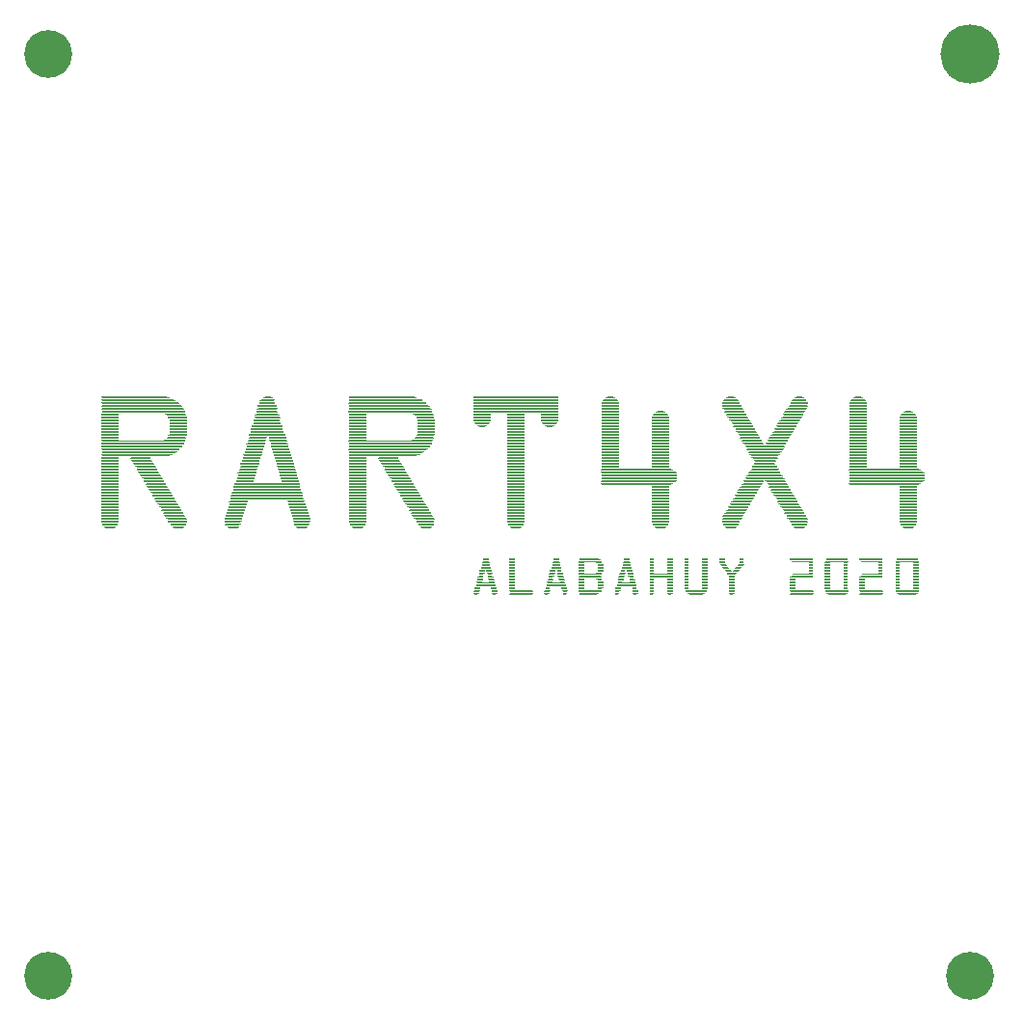
<source format=gbr>
G04 EAGLE Gerber RS-274X export*
G75*
%MOMM*%
%FSLAX34Y34*%
%LPD*%
%INSoldermask Top*%
%IPPOS*%
%AMOC8*
5,1,8,0,0,1.08239X$1,22.5*%
G01*
%ADD10R,0.254000X0.084581*%
%ADD11R,1.948181X0.084581*%
%ADD12R,1.524000X0.084581*%
%ADD13R,1.186181X0.084581*%
%ADD14R,0.424181X0.084581*%
%ADD15R,2.032000X0.084581*%
%ADD16R,0.421637X0.084581*%
%ADD17R,1.694181X0.084581*%
%ADD18R,1.861819X0.084581*%
%ADD19R,0.424181X0.084838*%
%ADD20R,2.032000X0.084838*%
%ADD21R,0.421637X0.084838*%
%ADD22R,1.864363X0.084838*%
%ADD23R,1.694181X0.084838*%
%ADD24R,1.861819X0.084838*%
%ADD25R,0.508000X0.084581*%
%ADD26R,0.591819X0.084838*%
%ADD27R,0.508000X0.084838*%
%ADD28R,1.691638X0.084838*%
%ADD29R,1.691638X0.084581*%
%ADD30R,0.591819X0.084581*%
%ADD31R,1.948181X0.084838*%
%ADD32R,1.778000X0.084838*%
%ADD33R,1.864363X0.084581*%
%ADD34R,1.945638X0.084838*%
%ADD35R,0.762000X0.084581*%
%ADD36R,1.778000X0.084581*%
%ADD37R,0.848363X0.084581*%
%ADD38R,0.932181X0.084838*%
%ADD39R,1.016000X0.084838*%
%ADD40R,0.845819X0.084581*%
%ADD41R,0.848363X0.084838*%
%ADD42R,0.845819X0.084838*%
%ADD43R,0.675638X0.084581*%
%ADD44R,0.678181X0.084581*%
%ADD45R,0.675638X0.084838*%
%ADD46R,0.678181X0.084838*%
%ADD47R,1.945638X0.084581*%
%ADD48R,0.340363X0.084838*%
%ADD49R,0.254000X0.084838*%
%ADD50R,0.337819X0.084838*%
%ADD51R,1.524000X0.084838*%
%ADD52R,1.016000X0.084581*%
%ADD53R,1.183638X0.084838*%
%ADD54R,1.186181X0.084838*%
%ADD55R,1.356363X0.084581*%
%ADD56R,1.353819X0.084581*%
%ADD57R,1.270000X0.084581*%
%ADD58R,1.440181X0.084838*%
%ADD59R,1.437638X0.084838*%
%ADD60R,1.440181X0.084581*%
%ADD61R,1.610363X0.084581*%
%ADD62R,1.437638X0.084581*%
%ADD63R,1.607819X0.084581*%
%ADD64R,1.610363X0.084838*%
%ADD65R,1.607819X0.084838*%
%ADD66R,6.517638X0.084581*%
%ADD67R,6.350000X0.084581*%
%ADD68R,6.350000X0.084838*%
%ADD69R,6.182362X0.084581*%
%ADD70R,6.182362X0.084838*%
%ADD71R,6.096000X0.084581*%
%ADD72R,6.009638X0.084838*%
%ADD73R,6.009638X0.084581*%
%ADD74R,5.842000X0.084838*%
%ADD75R,5.842000X0.084581*%
%ADD76R,5.674362X0.084838*%
%ADD77R,5.674362X0.084581*%
%ADD78R,6.179819X0.084581*%
%ADD79R,6.433819X0.084838*%
%ADD80R,6.520181X0.084581*%
%ADD81R,6.604000X0.084581*%
%ADD82R,6.604000X0.084838*%
%ADD83R,3.469638X0.084838*%
%ADD84R,6.687819X0.084581*%
%ADD85R,3.385819X0.084581*%
%ADD86R,3.302000X0.084581*%
%ADD87R,6.687819X0.084838*%
%ADD88R,3.134362X0.084838*%
%ADD89R,3.134362X0.084581*%
%ADD90R,2.961638X0.084581*%
%ADD91R,2.877819X0.084838*%
%ADD92R,2.794000X0.084581*%
%ADD93R,2.626362X0.084581*%
%ADD94R,2.626362X0.084838*%
%ADD95R,2.453638X0.084581*%
%ADD96R,2.369819X0.084581*%
%ADD97R,2.286000X0.084838*%
%ADD98R,2.118362X0.084581*%
%ADD99R,2.118362X0.084838*%
%ADD100R,2.202181X0.084581*%
%ADD101R,2.286000X0.084581*%
%ADD102R,5.755638X0.084838*%
%ADD103R,2.369819X0.084838*%
%ADD104R,5.928363X0.084581*%
%ADD105R,6.263638X0.084581*%
%ADD106R,2.710181X0.084838*%
%ADD107R,6.436363X0.084581*%
%ADD108R,2.877819X0.084581*%
%ADD109R,6.690362X0.084838*%
%ADD110R,6.771638X0.084838*%
%ADD111R,2.961638X0.084838*%
%ADD112R,6.774181X0.084581*%
%ADD113R,6.858000X0.084581*%
%ADD114R,6.941819X0.084581*%
%ADD115R,3.218181X0.084581*%
%ADD116R,6.944363X0.084838*%
%ADD117R,7.025638X0.084838*%
%ADD118R,3.302000X0.084838*%
%ADD119R,7.028181X0.084581*%
%ADD120R,7.112000X0.084581*%
%ADD121R,3.469638X0.084581*%
%ADD122R,7.112000X0.084838*%
%ADD123R,7.195819X0.084838*%
%ADD124R,7.198362X0.084581*%
%ADD125R,7.279638X0.084581*%
%ADD126R,7.282181X0.084838*%
%ADD127R,7.366000X0.084838*%
%ADD128R,7.282181X0.084581*%
%ADD129R,7.366000X0.084581*%
%ADD130R,2.794000X0.084838*%
%ADD131R,1.183638X0.084581*%
%ADD132R,2.453638X0.084838*%
%ADD133R,1.353819X0.084838*%
%ADD134R,1.356363X0.084838*%
%ADD135R,7.449819X0.084581*%
%ADD136R,7.198362X0.084838*%
%ADD137R,7.279638X0.084838*%
%ADD138R,7.449819X0.084838*%
%ADD139R,7.195819X0.084581*%
%ADD140R,7.028181X0.084838*%
%ADD141R,6.944363X0.084581*%
%ADD142R,7.025638X0.084581*%
%ADD143R,6.858000X0.084838*%
%ADD144R,6.941819X0.084838*%
%ADD145R,6.690362X0.084581*%
%ADD146R,6.771638X0.084581*%
%ADD147R,1.270000X0.084838*%
%ADD148R,6.433819X0.084581*%
%ADD149R,1.102363X0.084838*%
%ADD150R,6.263638X0.084838*%
%ADD151R,5.755638X0.084581*%
%ADD152C,4.203200*%
%ADD153C,5.203200*%


D10*
X876186Y1024785D03*
X892289Y1024785D03*
D11*
X915137Y1024785D03*
D10*
X938009Y1024785D03*
X954088Y1024785D03*
D12*
X973976Y1024785D03*
D10*
X999808Y1024785D03*
X1015886Y1024785D03*
X1030288Y1024785D03*
X1046366Y1024785D03*
D13*
X1068807Y1024785D03*
D10*
X1100569Y1024785D03*
D11*
X1161517Y1024785D03*
D12*
X1192416Y1024785D03*
D11*
X1222477Y1024785D03*
D12*
X1254239Y1024785D03*
D14*
X876198Y1025630D03*
X892277Y1025630D03*
D15*
X915556Y1025630D03*
D14*
X937997Y1025630D03*
D16*
X954088Y1025630D03*
D17*
X974827Y1025630D03*
D16*
X999808Y1025630D03*
D14*
X1015898Y1025630D03*
D16*
X1030288Y1025630D03*
D14*
X1046378Y1025630D03*
D12*
X1068819Y1025630D03*
D14*
X1100557Y1025630D03*
D15*
X1161936Y1025630D03*
D18*
X1192428Y1025630D03*
D15*
X1222896Y1025630D03*
D18*
X1254227Y1025630D03*
D19*
X876198Y1026478D03*
X892277Y1026478D03*
D20*
X915556Y1026478D03*
D19*
X937997Y1026478D03*
D21*
X954088Y1026478D03*
D22*
X975678Y1026478D03*
D21*
X999808Y1026478D03*
D19*
X1015898Y1026478D03*
D21*
X1030288Y1026478D03*
D19*
X1046378Y1026478D03*
D23*
X1068807Y1026478D03*
D19*
X1100557Y1026478D03*
D20*
X1161936Y1026478D03*
D24*
X1192428Y1026478D03*
D20*
X1222896Y1026478D03*
D24*
X1254227Y1026478D03*
D14*
X876198Y1027325D03*
X892277Y1027325D03*
D15*
X915556Y1027325D03*
D14*
X937997Y1027325D03*
D16*
X954088Y1027325D03*
D11*
X976097Y1027325D03*
D16*
X999808Y1027325D03*
D14*
X1015898Y1027325D03*
D16*
X1030288Y1027325D03*
D14*
X1046378Y1027325D03*
D18*
X1068807Y1027325D03*
D14*
X1100557Y1027325D03*
D15*
X1161936Y1027325D03*
X1192416Y1027325D03*
X1222896Y1027325D03*
X1254239Y1027325D03*
D25*
X876618Y1028170D03*
X891858Y1028170D03*
D11*
X915137Y1028170D03*
D25*
X938416Y1028170D03*
X953656Y1028170D03*
D11*
X976097Y1028170D03*
D25*
X1000239Y1028170D03*
X1015479Y1028170D03*
D16*
X1030288Y1028170D03*
D14*
X1046378Y1028170D03*
D18*
X1068807Y1028170D03*
D14*
X1100557Y1028170D03*
D11*
X1161517Y1028170D03*
D15*
X1192416Y1028170D03*
D11*
X1222477Y1028170D03*
D15*
X1254239Y1028170D03*
D19*
X877037Y1029018D03*
X891438Y1029018D03*
X907517Y1029018D03*
D21*
X938848Y1029018D03*
D19*
X953237Y1029018D03*
X968477Y1029018D03*
D26*
X983717Y1029018D03*
D19*
X1000658Y1029018D03*
D21*
X1015048Y1029018D03*
X1030288Y1029018D03*
D19*
X1046378Y1029018D03*
D27*
X1061199Y1029018D03*
X1076439Y1029018D03*
D19*
X1100557Y1029018D03*
X1153897Y1029018D03*
X1184377Y1029018D03*
D21*
X1200468Y1029018D03*
D19*
X1214857Y1029018D03*
D21*
X1246188Y1029018D03*
D19*
X1262278Y1029018D03*
D14*
X877037Y1029865D03*
X891438Y1029865D03*
X907517Y1029865D03*
D16*
X938848Y1029865D03*
D14*
X953237Y1029865D03*
X968477Y1029865D03*
D16*
X984568Y1029865D03*
D14*
X1000658Y1029865D03*
D16*
X1015048Y1029865D03*
X1030288Y1029865D03*
D14*
X1046378Y1029865D03*
D16*
X1060768Y1029865D03*
D14*
X1076858Y1029865D03*
X1100557Y1029865D03*
X1153897Y1029865D03*
X1184377Y1029865D03*
D16*
X1200468Y1029865D03*
D14*
X1214857Y1029865D03*
D16*
X1246188Y1029865D03*
D14*
X1262278Y1029865D03*
X877037Y1030710D03*
X891438Y1030710D03*
X907517Y1030710D03*
D16*
X938848Y1030710D03*
D14*
X953237Y1030710D03*
X968477Y1030710D03*
D25*
X984999Y1030710D03*
D14*
X1000658Y1030710D03*
D16*
X1015048Y1030710D03*
X1030288Y1030710D03*
D14*
X1046378Y1030710D03*
D16*
X1060768Y1030710D03*
D14*
X1076858Y1030710D03*
X1100557Y1030710D03*
X1153897Y1030710D03*
X1184377Y1030710D03*
D16*
X1200468Y1030710D03*
D14*
X1214857Y1030710D03*
D16*
X1246188Y1030710D03*
D14*
X1262278Y1030710D03*
D28*
X884238Y1031558D03*
D19*
X907517Y1031558D03*
D23*
X946048Y1031558D03*
D19*
X968477Y1031558D03*
X985418Y1031558D03*
D23*
X1007847Y1031558D03*
D21*
X1030288Y1031558D03*
D19*
X1046378Y1031558D03*
D21*
X1060768Y1031558D03*
D19*
X1076858Y1031558D03*
X1100557Y1031558D03*
X1153897Y1031558D03*
X1184377Y1031558D03*
D21*
X1200468Y1031558D03*
D19*
X1214857Y1031558D03*
D21*
X1246188Y1031558D03*
D19*
X1262278Y1031558D03*
D29*
X884238Y1032405D03*
D14*
X907517Y1032405D03*
D17*
X946048Y1032405D03*
D14*
X968477Y1032405D03*
X985418Y1032405D03*
D17*
X1007847Y1032405D03*
D16*
X1030288Y1032405D03*
D14*
X1046378Y1032405D03*
D16*
X1060768Y1032405D03*
D14*
X1076858Y1032405D03*
X1100557Y1032405D03*
X1153897Y1032405D03*
X1184377Y1032405D03*
D16*
X1200468Y1032405D03*
D14*
X1214857Y1032405D03*
D16*
X1246188Y1032405D03*
D14*
X1262278Y1032405D03*
D29*
X884238Y1033250D03*
D14*
X907517Y1033250D03*
D17*
X946048Y1033250D03*
D14*
X968477Y1033250D03*
X985418Y1033250D03*
D17*
X1007847Y1033250D03*
D16*
X1030288Y1033250D03*
D14*
X1046378Y1033250D03*
D16*
X1060768Y1033250D03*
D14*
X1076858Y1033250D03*
X1100557Y1033250D03*
X1153897Y1033250D03*
X1184377Y1033250D03*
D16*
X1200468Y1033250D03*
D14*
X1214857Y1033250D03*
D16*
X1246188Y1033250D03*
D14*
X1262278Y1033250D03*
D28*
X884238Y1034098D03*
D19*
X907517Y1034098D03*
D23*
X946048Y1034098D03*
D19*
X968477Y1034098D03*
X985418Y1034098D03*
D23*
X1007847Y1034098D03*
D21*
X1030288Y1034098D03*
D19*
X1046378Y1034098D03*
D21*
X1060768Y1034098D03*
D19*
X1076858Y1034098D03*
X1100557Y1034098D03*
X1153897Y1034098D03*
X1184377Y1034098D03*
D21*
X1200468Y1034098D03*
D19*
X1214857Y1034098D03*
D21*
X1246188Y1034098D03*
D19*
X1262278Y1034098D03*
D12*
X884238Y1034945D03*
D14*
X907517Y1034945D03*
D12*
X946036Y1034945D03*
D14*
X968477Y1034945D03*
X985418Y1034945D03*
D12*
X1007859Y1034945D03*
D16*
X1030288Y1034945D03*
D14*
X1046378Y1034945D03*
D16*
X1060768Y1034945D03*
D14*
X1076858Y1034945D03*
X1100557Y1034945D03*
X1153897Y1034945D03*
X1184377Y1034945D03*
D16*
X1200468Y1034945D03*
D14*
X1214857Y1034945D03*
D16*
X1246188Y1034945D03*
D14*
X1262278Y1034945D03*
X878738Y1035790D03*
X889737Y1035790D03*
X907517Y1035790D03*
X940537Y1035790D03*
D16*
X951548Y1035790D03*
D14*
X968477Y1035790D03*
X985418Y1035790D03*
D16*
X1002348Y1035790D03*
D14*
X1013358Y1035790D03*
D16*
X1030288Y1035790D03*
D14*
X1046378Y1035790D03*
D16*
X1060768Y1035790D03*
D14*
X1076858Y1035790D03*
X1100557Y1035790D03*
X1153897Y1035790D03*
X1184377Y1035790D03*
D16*
X1200468Y1035790D03*
D14*
X1214857Y1035790D03*
D16*
X1246188Y1035790D03*
D14*
X1262278Y1035790D03*
D19*
X878738Y1036638D03*
X889737Y1036638D03*
X907517Y1036638D03*
X940537Y1036638D03*
D21*
X951548Y1036638D03*
D19*
X968477Y1036638D03*
D27*
X984999Y1036638D03*
D21*
X1002348Y1036638D03*
D19*
X1013358Y1036638D03*
D21*
X1030288Y1036638D03*
D19*
X1046378Y1036638D03*
D21*
X1060768Y1036638D03*
D19*
X1076858Y1036638D03*
X1100557Y1036638D03*
X1153897Y1036638D03*
X1184377Y1036638D03*
D21*
X1200468Y1036638D03*
D19*
X1214857Y1036638D03*
D21*
X1246188Y1036638D03*
D19*
X1262278Y1036638D03*
D25*
X879158Y1037485D03*
X889318Y1037485D03*
D14*
X907517Y1037485D03*
D25*
X940956Y1037485D03*
X951116Y1037485D03*
D14*
X968477Y1037485D03*
D16*
X984568Y1037485D03*
D25*
X1002779Y1037485D03*
X1012939Y1037485D03*
D16*
X1030288Y1037485D03*
D14*
X1046378Y1037485D03*
D16*
X1060768Y1037485D03*
D14*
X1076858Y1037485D03*
X1100557Y1037485D03*
X1153897Y1037485D03*
X1184377Y1037485D03*
D16*
X1200468Y1037485D03*
D14*
X1214857Y1037485D03*
D16*
X1246188Y1037485D03*
D14*
X1262278Y1037485D03*
X879577Y1038330D03*
X888898Y1038330D03*
X907517Y1038330D03*
D16*
X941388Y1038330D03*
D14*
X950697Y1038330D03*
X968477Y1038330D03*
D30*
X983717Y1038330D03*
D14*
X1003198Y1038330D03*
D16*
X1012508Y1038330D03*
X1030288Y1038330D03*
D14*
X1046378Y1038330D03*
D16*
X1060768Y1038330D03*
D14*
X1076858Y1038330D03*
X1100557Y1038330D03*
X1153897Y1038330D03*
X1184377Y1038330D03*
D16*
X1200468Y1038330D03*
D14*
X1214857Y1038330D03*
D16*
X1246188Y1038330D03*
D14*
X1262278Y1038330D03*
D19*
X879577Y1039178D03*
X888898Y1039178D03*
X907517Y1039178D03*
D21*
X941388Y1039178D03*
D19*
X950697Y1039178D03*
D31*
X976097Y1039178D03*
D19*
X1003198Y1039178D03*
D21*
X1012508Y1039178D03*
D20*
X1038339Y1039178D03*
D21*
X1060768Y1039178D03*
D19*
X1076858Y1039178D03*
X1100557Y1039178D03*
D32*
X1160666Y1039178D03*
D19*
X1184377Y1039178D03*
D21*
X1200468Y1039178D03*
D32*
X1221626Y1039178D03*
D21*
X1246188Y1039178D03*
D19*
X1262278Y1039178D03*
D14*
X879577Y1040025D03*
X888898Y1040025D03*
X907517Y1040025D03*
D16*
X941388Y1040025D03*
D14*
X950697Y1040025D03*
D11*
X976097Y1040025D03*
D14*
X1003198Y1040025D03*
D16*
X1012508Y1040025D03*
D15*
X1038339Y1040025D03*
D16*
X1060768Y1040025D03*
D14*
X1076858Y1040025D03*
X1100557Y1040025D03*
D11*
X1161517Y1040025D03*
D14*
X1184377Y1040025D03*
D16*
X1200468Y1040025D03*
D11*
X1222477Y1040025D03*
D16*
X1246188Y1040025D03*
D14*
X1262278Y1040025D03*
D16*
X880428Y1040870D03*
X888048Y1040870D03*
D14*
X907517Y1040870D03*
X942238Y1040870D03*
X949858Y1040870D03*
D33*
X975678Y1040870D03*
D14*
X1004037Y1040870D03*
X1011657Y1040870D03*
D15*
X1038339Y1040870D03*
D16*
X1060768Y1040870D03*
D14*
X1076858Y1040870D03*
X1100557Y1040870D03*
D18*
X1161948Y1040870D03*
D14*
X1184377Y1040870D03*
D16*
X1200468Y1040870D03*
D18*
X1222908Y1040870D03*
D16*
X1246188Y1040870D03*
D14*
X1262278Y1040870D03*
D21*
X880428Y1041718D03*
X888048Y1041718D03*
D19*
X907517Y1041718D03*
X942238Y1041718D03*
X949858Y1041718D03*
D31*
X976097Y1041718D03*
D19*
X1004037Y1041718D03*
X1011657Y1041718D03*
D20*
X1038339Y1041718D03*
D21*
X1060768Y1041718D03*
D19*
X1076858Y1041718D03*
D26*
X1100557Y1041718D03*
D34*
X1162368Y1041718D03*
D19*
X1184377Y1041718D03*
D21*
X1200468Y1041718D03*
D34*
X1223328Y1041718D03*
D21*
X1246188Y1041718D03*
D19*
X1262278Y1041718D03*
D16*
X880428Y1042565D03*
X888048Y1042565D03*
D14*
X907517Y1042565D03*
X942238Y1042565D03*
X949858Y1042565D03*
D11*
X976097Y1042565D03*
D14*
X1004037Y1042565D03*
X1011657Y1042565D03*
D15*
X1038339Y1042565D03*
D16*
X1060768Y1042565D03*
D14*
X1076858Y1042565D03*
D35*
X1100569Y1042565D03*
D36*
X1163206Y1042565D03*
D14*
X1184377Y1042565D03*
D16*
X1200468Y1042565D03*
D36*
X1224166Y1042565D03*
D16*
X1246188Y1042565D03*
D14*
X1262278Y1042565D03*
D25*
X880859Y1043410D03*
X887616Y1043410D03*
D14*
X907517Y1043410D03*
D25*
X942658Y1043410D03*
X949439Y1043410D03*
D14*
X968477Y1043410D03*
D30*
X983717Y1043410D03*
D25*
X1004456Y1043410D03*
X1011238Y1043410D03*
D16*
X1030288Y1043410D03*
D14*
X1046378Y1043410D03*
D16*
X1060768Y1043410D03*
D14*
X1076858Y1043410D03*
D37*
X1100138Y1043410D03*
D16*
X1169988Y1043410D03*
D14*
X1184377Y1043410D03*
D16*
X1200468Y1043410D03*
X1230948Y1043410D03*
X1246188Y1043410D03*
D14*
X1262278Y1043410D03*
D19*
X881278Y1044258D03*
X887197Y1044258D03*
X907517Y1044258D03*
X943077Y1044258D03*
D21*
X949008Y1044258D03*
D19*
X968477Y1044258D03*
D21*
X984568Y1044258D03*
X1004888Y1044258D03*
D19*
X1010818Y1044258D03*
D21*
X1030288Y1044258D03*
D19*
X1046378Y1044258D03*
D21*
X1060768Y1044258D03*
D19*
X1076858Y1044258D03*
D38*
X1100557Y1044258D03*
D21*
X1169988Y1044258D03*
D19*
X1184377Y1044258D03*
D21*
X1200468Y1044258D03*
X1230948Y1044258D03*
X1246188Y1044258D03*
D19*
X1262278Y1044258D03*
D14*
X881278Y1045105D03*
X887197Y1045105D03*
X907517Y1045105D03*
X943077Y1045105D03*
D16*
X949008Y1045105D03*
D14*
X968477Y1045105D03*
D25*
X984999Y1045105D03*
D16*
X1004888Y1045105D03*
D14*
X1010818Y1045105D03*
D16*
X1030288Y1045105D03*
D14*
X1046378Y1045105D03*
D16*
X1060768Y1045105D03*
D14*
X1076858Y1045105D03*
D25*
X1097598Y1045105D03*
X1103516Y1045105D03*
D16*
X1169988Y1045105D03*
D14*
X1184377Y1045105D03*
D16*
X1200468Y1045105D03*
X1230948Y1045105D03*
X1246188Y1045105D03*
D14*
X1262278Y1045105D03*
X881278Y1045950D03*
X887197Y1045950D03*
X907517Y1045950D03*
X943077Y1045950D03*
D16*
X949008Y1045950D03*
D14*
X968477Y1045950D03*
X985418Y1045950D03*
D16*
X1004888Y1045950D03*
D14*
X1010818Y1045950D03*
D16*
X1030288Y1045950D03*
D14*
X1046378Y1045950D03*
D16*
X1060768Y1045950D03*
D14*
X1076858Y1045950D03*
D25*
X1096759Y1045950D03*
X1104379Y1045950D03*
D16*
X1169988Y1045950D03*
D14*
X1184377Y1045950D03*
D16*
X1200468Y1045950D03*
X1230948Y1045950D03*
X1246188Y1045950D03*
D14*
X1262278Y1045950D03*
D39*
X884238Y1046798D03*
D19*
X907517Y1046798D03*
D39*
X946036Y1046798D03*
D19*
X968477Y1046798D03*
X985418Y1046798D03*
D39*
X1007859Y1046798D03*
D21*
X1030288Y1046798D03*
D19*
X1046378Y1046798D03*
D21*
X1060768Y1046798D03*
D19*
X1076858Y1046798D03*
D27*
X1095896Y1046798D03*
X1105218Y1046798D03*
D21*
X1169988Y1046798D03*
D19*
X1184377Y1046798D03*
D21*
X1200468Y1046798D03*
X1230948Y1046798D03*
X1246188Y1046798D03*
D19*
X1262278Y1046798D03*
D37*
X884238Y1047645D03*
D14*
X907517Y1047645D03*
D40*
X946048Y1047645D03*
D14*
X968477Y1047645D03*
X985418Y1047645D03*
D40*
X1007847Y1047645D03*
D16*
X1030288Y1047645D03*
D14*
X1046378Y1047645D03*
D16*
X1060768Y1047645D03*
D14*
X1076858Y1047645D03*
D30*
X1095477Y1047645D03*
X1105637Y1047645D03*
D16*
X1169988Y1047645D03*
D14*
X1184377Y1047645D03*
D16*
X1200468Y1047645D03*
X1230948Y1047645D03*
X1246188Y1047645D03*
D14*
X1262278Y1047645D03*
D37*
X884238Y1048490D03*
D14*
X907517Y1048490D03*
D40*
X946048Y1048490D03*
D14*
X968477Y1048490D03*
X985418Y1048490D03*
D40*
X1007847Y1048490D03*
D16*
X1030288Y1048490D03*
D14*
X1046378Y1048490D03*
D16*
X1060768Y1048490D03*
D14*
X1076858Y1048490D03*
D30*
X1094638Y1048490D03*
D25*
X1106056Y1048490D03*
D16*
X1169988Y1048490D03*
D14*
X1184377Y1048490D03*
D16*
X1200468Y1048490D03*
X1230948Y1048490D03*
X1246188Y1048490D03*
D14*
X1262278Y1048490D03*
D41*
X884238Y1049338D03*
D19*
X907517Y1049338D03*
D42*
X946048Y1049338D03*
D19*
X968477Y1049338D03*
X985418Y1049338D03*
D42*
X1007847Y1049338D03*
D21*
X1030288Y1049338D03*
D19*
X1046378Y1049338D03*
D21*
X1060768Y1049338D03*
D19*
X1076858Y1049338D03*
D27*
X1094219Y1049338D03*
X1106919Y1049338D03*
D21*
X1169988Y1049338D03*
D19*
X1184377Y1049338D03*
D21*
X1200468Y1049338D03*
X1230948Y1049338D03*
X1246188Y1049338D03*
D19*
X1262278Y1049338D03*
D43*
X884238Y1050185D03*
D14*
X907517Y1050185D03*
D44*
X946048Y1050185D03*
D14*
X968477Y1050185D03*
X985418Y1050185D03*
D44*
X1007847Y1050185D03*
D16*
X1030288Y1050185D03*
D14*
X1046378Y1050185D03*
D16*
X1060768Y1050185D03*
D14*
X1076858Y1050185D03*
D25*
X1093356Y1050185D03*
X1107758Y1050185D03*
D16*
X1169988Y1050185D03*
D14*
X1184377Y1050185D03*
D16*
X1200468Y1050185D03*
X1230948Y1050185D03*
X1246188Y1050185D03*
D14*
X1262278Y1050185D03*
D43*
X884238Y1051030D03*
D14*
X907517Y1051030D03*
D44*
X946048Y1051030D03*
D14*
X968477Y1051030D03*
D25*
X984999Y1051030D03*
D44*
X1007847Y1051030D03*
D16*
X1030288Y1051030D03*
D14*
X1046378Y1051030D03*
D16*
X1060768Y1051030D03*
D14*
X1076858Y1051030D03*
D25*
X1092518Y1051030D03*
X1108596Y1051030D03*
D16*
X1169988Y1051030D03*
D14*
X1184377Y1051030D03*
D16*
X1200468Y1051030D03*
X1230948Y1051030D03*
X1246188Y1051030D03*
D14*
X1262278Y1051030D03*
D45*
X884238Y1051878D03*
D19*
X907517Y1051878D03*
D46*
X946048Y1051878D03*
D19*
X968477Y1051878D03*
D21*
X984568Y1051878D03*
D46*
X1007847Y1051878D03*
D21*
X1030288Y1051878D03*
D19*
X1046378Y1051878D03*
D21*
X1060768Y1051878D03*
D19*
X1076858Y1051878D03*
X1092098Y1051878D03*
D21*
X1109028Y1051878D03*
X1169988Y1051878D03*
D19*
X1184377Y1051878D03*
D21*
X1200468Y1051878D03*
X1230948Y1051878D03*
X1246188Y1051878D03*
D19*
X1262278Y1051878D03*
D43*
X884238Y1052725D03*
D14*
X907517Y1052725D03*
D44*
X946048Y1052725D03*
D14*
X968477Y1052725D03*
D30*
X983717Y1052725D03*
D44*
X1007847Y1052725D03*
D16*
X1030288Y1052725D03*
D14*
X1046378Y1052725D03*
D16*
X1060768Y1052725D03*
D14*
X1076858Y1052725D03*
X1092098Y1052725D03*
D16*
X1109028Y1052725D03*
X1169988Y1052725D03*
D14*
X1184377Y1052725D03*
D16*
X1200468Y1052725D03*
X1230948Y1052725D03*
X1246188Y1052725D03*
D14*
X1262278Y1052725D03*
D25*
X884238Y1053570D03*
D14*
X907517Y1053570D03*
D25*
X946036Y1053570D03*
D11*
X976097Y1053570D03*
D25*
X1007859Y1053570D03*
D16*
X1030288Y1053570D03*
D14*
X1046378Y1053570D03*
D16*
X1060768Y1053570D03*
D14*
X1076858Y1053570D03*
X1092098Y1053570D03*
D16*
X1109028Y1053570D03*
D47*
X1162368Y1053570D03*
D15*
X1192416Y1053570D03*
D47*
X1223328Y1053570D03*
D15*
X1254239Y1053570D03*
D27*
X884238Y1054418D03*
D19*
X907517Y1054418D03*
D27*
X946036Y1054418D03*
D31*
X976097Y1054418D03*
D27*
X1007859Y1054418D03*
D21*
X1030288Y1054418D03*
D19*
X1046378Y1054418D03*
D21*
X1060768Y1054418D03*
D19*
X1076858Y1054418D03*
X1092098Y1054418D03*
D21*
X1109028Y1054418D03*
D20*
X1161936Y1054418D03*
X1192416Y1054418D03*
X1222896Y1054418D03*
X1254239Y1054418D03*
D25*
X884238Y1055265D03*
D14*
X907517Y1055265D03*
D25*
X946036Y1055265D03*
D33*
X975678Y1055265D03*
D25*
X1007859Y1055265D03*
D16*
X1030288Y1055265D03*
D14*
X1046378Y1055265D03*
D16*
X1060768Y1055265D03*
D14*
X1076858Y1055265D03*
X1092098Y1055265D03*
D16*
X1109028Y1055265D03*
D11*
X1161517Y1055265D03*
D18*
X1192428Y1055265D03*
D11*
X1222477Y1055265D03*
D18*
X1254227Y1055265D03*
D25*
X884238Y1056110D03*
D14*
X907517Y1056110D03*
D25*
X946036Y1056110D03*
D17*
X974827Y1056110D03*
D25*
X1007859Y1056110D03*
D16*
X1030288Y1056110D03*
D14*
X1046378Y1056110D03*
D16*
X1060768Y1056110D03*
D14*
X1076858Y1056110D03*
X1092098Y1056110D03*
D16*
X1109028Y1056110D03*
D11*
X1161517Y1056110D03*
D18*
X1192428Y1056110D03*
D11*
X1222477Y1056110D03*
D18*
X1254227Y1056110D03*
D48*
X884238Y1056958D03*
D49*
X907529Y1056958D03*
D50*
X946048Y1056958D03*
D51*
X973976Y1056958D03*
D50*
X1007847Y1056958D03*
D49*
X1030288Y1056958D03*
X1046366Y1056958D03*
X1060768Y1056958D03*
X1076846Y1056958D03*
X1092086Y1056958D03*
X1109028Y1056958D03*
D28*
X1161098Y1056958D03*
D51*
X1192416Y1056958D03*
D28*
X1222058Y1056958D03*
D51*
X1254239Y1056958D03*
D27*
X554038Y1082358D03*
X614159Y1082358D03*
X662419Y1082358D03*
X722516Y1082358D03*
X771639Y1082358D03*
X831736Y1082358D03*
X910476Y1082358D03*
X1037476Y1082358D03*
X1099299Y1082358D03*
X1159396Y1082358D03*
X1255078Y1082358D03*
D37*
X554038Y1083205D03*
D40*
X614147Y1083205D03*
X662407Y1083205D03*
X722528Y1083205D03*
X771627Y1083205D03*
X831748Y1083205D03*
X910488Y1083205D03*
X1037488Y1083205D03*
X1099287Y1083205D03*
X1159408Y1083205D03*
D37*
X1255078Y1083205D03*
D52*
X554038Y1084050D03*
X614159Y1084050D03*
X662419Y1084050D03*
X722516Y1084050D03*
X771639Y1084050D03*
X831736Y1084050D03*
X910476Y1084050D03*
X1037476Y1084050D03*
X1099299Y1084050D03*
X1159396Y1084050D03*
X1255078Y1084050D03*
D53*
X554038Y1084898D03*
D54*
X614147Y1084898D03*
X662407Y1084898D03*
X722528Y1084898D03*
X771627Y1084898D03*
X831748Y1084898D03*
X910488Y1084898D03*
X1037488Y1084898D03*
X1099287Y1084898D03*
X1159408Y1084898D03*
D53*
X1255078Y1084898D03*
D55*
X554038Y1085745D03*
D56*
X614147Y1085745D03*
D57*
X661988Y1085745D03*
X722948Y1085745D03*
D56*
X771627Y1085745D03*
X831748Y1085745D03*
X910488Y1085745D03*
X1037488Y1085745D03*
X1099287Y1085745D03*
X1159408Y1085745D03*
D55*
X1255078Y1085745D03*
X554038Y1086590D03*
D56*
X614147Y1086590D03*
X662407Y1086590D03*
X722528Y1086590D03*
X771627Y1086590D03*
X831748Y1086590D03*
X910488Y1086590D03*
X1037488Y1086590D03*
X1099287Y1086590D03*
X1159408Y1086590D03*
D55*
X1255078Y1086590D03*
D58*
X554457Y1087438D03*
D51*
X614159Y1087438D03*
D59*
X661988Y1087438D03*
X722948Y1087438D03*
D51*
X771639Y1087438D03*
X831736Y1087438D03*
X910476Y1087438D03*
X1037476Y1087438D03*
X1099299Y1087438D03*
X1159396Y1087438D03*
X1255078Y1087438D03*
D60*
X554457Y1088285D03*
D61*
X613728Y1088285D03*
D62*
X661988Y1088285D03*
X722948Y1088285D03*
D12*
X771639Y1088285D03*
D63*
X831317Y1088285D03*
D12*
X910476Y1088285D03*
X1037476Y1088285D03*
X1099299Y1088285D03*
X1159396Y1088285D03*
X1255078Y1088285D03*
D60*
X554457Y1089130D03*
D61*
X613728Y1089130D03*
D12*
X662419Y1089130D03*
X722516Y1089130D03*
X771639Y1089130D03*
D63*
X831317Y1089130D03*
D12*
X910476Y1089130D03*
X1037476Y1089130D03*
D63*
X1099718Y1089130D03*
X1158977Y1089130D03*
D12*
X1255078Y1089130D03*
D58*
X554457Y1089978D03*
D23*
X613308Y1089978D03*
D51*
X662419Y1089978D03*
X722516Y1089978D03*
X771639Y1089978D03*
D28*
X830898Y1089978D03*
D51*
X910476Y1089978D03*
X1037476Y1089978D03*
D28*
X1100138Y1089978D03*
X1158558Y1089978D03*
D51*
X1255078Y1089978D03*
D60*
X554457Y1090825D03*
D17*
X613308Y1090825D03*
D12*
X662419Y1090825D03*
X722516Y1090825D03*
X771639Y1090825D03*
D29*
X830898Y1090825D03*
D12*
X910476Y1090825D03*
X1037476Y1090825D03*
D29*
X1100138Y1090825D03*
X1158558Y1090825D03*
D12*
X1255078Y1090825D03*
D60*
X554457Y1091670D03*
D36*
X612889Y1091670D03*
D63*
X662838Y1091670D03*
D12*
X722516Y1091670D03*
X771639Y1091670D03*
D36*
X830466Y1091670D03*
D12*
X910476Y1091670D03*
X1037476Y1091670D03*
D17*
X1100988Y1091670D03*
D36*
X1158126Y1091670D03*
D12*
X1255078Y1091670D03*
D58*
X554457Y1092518D03*
D32*
X612026Y1092518D03*
D51*
X663258Y1092518D03*
X721678Y1092518D03*
X771639Y1092518D03*
D32*
X829628Y1092518D03*
D51*
X910476Y1092518D03*
X1037476Y1092518D03*
D23*
X1100988Y1092518D03*
X1157707Y1092518D03*
D51*
X1255078Y1092518D03*
D60*
X554457Y1093365D03*
D36*
X612026Y1093365D03*
D12*
X663258Y1093365D03*
X721678Y1093365D03*
X771639Y1093365D03*
D36*
X829628Y1093365D03*
D12*
X910476Y1093365D03*
X1037476Y1093365D03*
D36*
X1101408Y1093365D03*
D17*
X1156868Y1093365D03*
D12*
X1255078Y1093365D03*
D60*
X554457Y1094210D03*
D36*
X611188Y1094210D03*
D63*
X663677Y1094210D03*
D12*
X721678Y1094210D03*
X771639Y1094210D03*
D36*
X828789Y1094210D03*
D12*
X910476Y1094210D03*
X1037476Y1094210D03*
D36*
X1102246Y1094210D03*
D17*
X1156868Y1094210D03*
D12*
X1255078Y1094210D03*
D58*
X554457Y1095058D03*
D23*
X610768Y1095058D03*
D51*
X664096Y1095058D03*
X720839Y1095058D03*
X771639Y1095058D03*
D28*
X828358Y1095058D03*
D51*
X910476Y1095058D03*
X1037476Y1095058D03*
D28*
X1102678Y1095058D03*
X1156018Y1095058D03*
D51*
X1255078Y1095058D03*
D60*
X554457Y1095905D03*
D36*
X610349Y1095905D03*
D12*
X664096Y1095905D03*
X720839Y1095905D03*
X771639Y1095905D03*
D36*
X827926Y1095905D03*
D12*
X910476Y1095905D03*
X1037476Y1095905D03*
D36*
X1103109Y1095905D03*
X1155586Y1095905D03*
D12*
X1255078Y1095905D03*
D60*
X554457Y1096750D03*
D29*
X609918Y1096750D03*
D12*
X664096Y1096750D03*
X720839Y1096750D03*
X771639Y1096750D03*
D17*
X827507Y1096750D03*
D12*
X910476Y1096750D03*
X1037476Y1096750D03*
D17*
X1103528Y1096750D03*
X1155167Y1096750D03*
D12*
X1255078Y1096750D03*
D58*
X554457Y1097598D03*
D32*
X609486Y1097598D03*
D64*
X664528Y1097598D03*
D51*
X719976Y1097598D03*
X771639Y1097598D03*
D32*
X827088Y1097598D03*
D51*
X910476Y1097598D03*
X1037476Y1097598D03*
D32*
X1103948Y1097598D03*
X1154748Y1097598D03*
D51*
X1255078Y1097598D03*
D60*
X554457Y1098445D03*
D36*
X608648Y1098445D03*
D12*
X664959Y1098445D03*
X719976Y1098445D03*
X771639Y1098445D03*
D36*
X826249Y1098445D03*
D12*
X910476Y1098445D03*
X1037476Y1098445D03*
D36*
X1104786Y1098445D03*
D17*
X1154328Y1098445D03*
D12*
X1255078Y1098445D03*
D60*
X554457Y1099290D03*
D17*
X608228Y1099290D03*
D12*
X664959Y1099290D03*
X719976Y1099290D03*
X771639Y1099290D03*
D29*
X825818Y1099290D03*
D12*
X910476Y1099290D03*
X1037476Y1099290D03*
D29*
X1105218Y1099290D03*
X1153478Y1099290D03*
D12*
X1255078Y1099290D03*
D58*
X554457Y1100138D03*
D32*
X607809Y1100138D03*
D65*
X665378Y1100138D03*
D51*
X719976Y1100138D03*
X771639Y1100138D03*
D32*
X825386Y1100138D03*
D51*
X910476Y1100138D03*
X1037476Y1100138D03*
D32*
X1105649Y1100138D03*
X1153046Y1100138D03*
D51*
X1255078Y1100138D03*
D60*
X554457Y1100985D03*
D29*
X607378Y1100985D03*
D12*
X665798Y1100985D03*
X719138Y1100985D03*
X771639Y1100985D03*
D17*
X824967Y1100985D03*
D12*
X910476Y1100985D03*
X1037476Y1100985D03*
D17*
X1106068Y1100985D03*
X1152627Y1100985D03*
D12*
X1255078Y1100985D03*
D60*
X554457Y1101830D03*
D36*
X606946Y1101830D03*
D12*
X665798Y1101830D03*
X719138Y1101830D03*
X771639Y1101830D03*
D36*
X824548Y1101830D03*
D12*
X910476Y1101830D03*
X1037476Y1101830D03*
D36*
X1106488Y1101830D03*
X1152208Y1101830D03*
D12*
X1255078Y1101830D03*
D58*
X554457Y1102678D03*
D32*
X606108Y1102678D03*
D65*
X666217Y1102678D03*
D51*
X719138Y1102678D03*
X771639Y1102678D03*
D32*
X823709Y1102678D03*
D51*
X910476Y1102678D03*
X1037476Y1102678D03*
D32*
X1107326Y1102678D03*
D23*
X1151788Y1102678D03*
D51*
X1255078Y1102678D03*
D60*
X554457Y1103525D03*
D17*
X605688Y1103525D03*
D12*
X666636Y1103525D03*
X718299Y1103525D03*
X771639Y1103525D03*
D29*
X823278Y1103525D03*
D12*
X910476Y1103525D03*
X1037476Y1103525D03*
D29*
X1107758Y1103525D03*
X1150938Y1103525D03*
D12*
X1255078Y1103525D03*
D60*
X554457Y1104370D03*
D36*
X605269Y1104370D03*
D12*
X666636Y1104370D03*
X718299Y1104370D03*
X771639Y1104370D03*
D36*
X822846Y1104370D03*
D12*
X910476Y1104370D03*
X1037476Y1104370D03*
D36*
X1108189Y1104370D03*
X1150506Y1104370D03*
D12*
X1255078Y1104370D03*
D58*
X554457Y1105218D03*
D28*
X604838Y1105218D03*
D64*
X667068Y1105218D03*
D51*
X718299Y1105218D03*
X771639Y1105218D03*
D23*
X822427Y1105218D03*
D51*
X910476Y1105218D03*
X1037476Y1105218D03*
D23*
X1108608Y1105218D03*
X1150087Y1105218D03*
D51*
X1255078Y1105218D03*
D60*
X554457Y1106065D03*
D36*
X604406Y1106065D03*
D61*
X667068Y1106065D03*
D62*
X717868Y1106065D03*
D12*
X771639Y1106065D03*
D36*
X822008Y1106065D03*
D12*
X910476Y1106065D03*
X1037476Y1106065D03*
D36*
X1109028Y1106065D03*
X1149668Y1106065D03*
D12*
X1255078Y1106065D03*
D60*
X554457Y1106910D03*
D36*
X603568Y1106910D03*
D12*
X667499Y1106910D03*
X717436Y1106910D03*
X771639Y1106910D03*
D36*
X821169Y1106910D03*
D12*
X910476Y1106910D03*
X1037476Y1106910D03*
D17*
X1109447Y1106910D03*
X1149248Y1106910D03*
D12*
X1255078Y1106910D03*
D58*
X554457Y1107758D03*
D32*
X603568Y1107758D03*
D51*
X667499Y1107758D03*
X717436Y1107758D03*
X771639Y1107758D03*
D32*
X821169Y1107758D03*
D51*
X910476Y1107758D03*
X1037476Y1107758D03*
D28*
X1110298Y1107758D03*
X1148398Y1107758D03*
D51*
X1255078Y1107758D03*
D60*
X554457Y1108605D03*
D36*
X602729Y1108605D03*
D66*
X692468Y1108605D03*
D12*
X771639Y1108605D03*
D36*
X820306Y1108605D03*
D12*
X910476Y1108605D03*
X1037476Y1108605D03*
D36*
X1110729Y1108605D03*
D29*
X1148398Y1108605D03*
D12*
X1255078Y1108605D03*
D60*
X554457Y1109450D03*
D29*
X602298Y1109450D03*
D67*
X692468Y1109450D03*
D12*
X771639Y1109450D03*
D17*
X819887Y1109450D03*
D12*
X910476Y1109450D03*
X1037476Y1109450D03*
D17*
X1111148Y1109450D03*
X1147547Y1109450D03*
D12*
X1255078Y1109450D03*
D58*
X554457Y1110298D03*
D32*
X601866Y1110298D03*
D68*
X692468Y1110298D03*
D51*
X771639Y1110298D03*
D32*
X819468Y1110298D03*
D51*
X910476Y1110298D03*
X1037476Y1110298D03*
D32*
X1111568Y1110298D03*
X1147128Y1110298D03*
D51*
X1255078Y1110298D03*
D60*
X554457Y1111145D03*
D36*
X601028Y1111145D03*
D67*
X692468Y1111145D03*
D12*
X771639Y1111145D03*
D36*
X818629Y1111145D03*
D12*
X910476Y1111145D03*
X1037476Y1111145D03*
D17*
X1111987Y1111145D03*
X1146708Y1111145D03*
D12*
X1255078Y1111145D03*
D60*
X554457Y1111990D03*
D36*
X601028Y1111990D03*
D69*
X692468Y1111990D03*
D12*
X771639Y1111990D03*
D36*
X818629Y1111990D03*
D12*
X910476Y1111990D03*
X1037476Y1111990D03*
D36*
X1112406Y1111990D03*
X1146289Y1111990D03*
D12*
X1255078Y1111990D03*
D58*
X554457Y1112838D03*
D32*
X600189Y1112838D03*
D70*
X692468Y1112838D03*
D51*
X771639Y1112838D03*
D32*
X817766Y1112838D03*
D51*
X910476Y1112838D03*
X1037476Y1112838D03*
D32*
X1113269Y1112838D03*
D28*
X1145858Y1112838D03*
D51*
X1255078Y1112838D03*
D60*
X554457Y1113685D03*
D29*
X599758Y1113685D03*
D69*
X692468Y1113685D03*
D12*
X771639Y1113685D03*
D17*
X817347Y1113685D03*
D12*
X910476Y1113685D03*
X1037476Y1113685D03*
D17*
X1113688Y1113685D03*
X1145007Y1113685D03*
D12*
X1255078Y1113685D03*
D60*
X554457Y1114530D03*
D36*
X599326Y1114530D03*
D71*
X692036Y1114530D03*
D12*
X771639Y1114530D03*
D36*
X816928Y1114530D03*
D12*
X910476Y1114530D03*
X1037476Y1114530D03*
D36*
X1114108Y1114530D03*
X1144588Y1114530D03*
D12*
X1255078Y1114530D03*
D58*
X554457Y1115378D03*
D32*
X598488Y1115378D03*
D72*
X692468Y1115378D03*
D51*
X771639Y1115378D03*
D32*
X816089Y1115378D03*
D51*
X910476Y1115378D03*
X1037476Y1115378D03*
D23*
X1114527Y1115378D03*
X1144168Y1115378D03*
D51*
X1255078Y1115378D03*
D60*
X554457Y1116225D03*
D36*
X598488Y1116225D03*
D73*
X692468Y1116225D03*
D12*
X771639Y1116225D03*
D36*
X816089Y1116225D03*
D12*
X910476Y1116225D03*
X1037476Y1116225D03*
D36*
X1114946Y1116225D03*
X1143749Y1116225D03*
D12*
X1255078Y1116225D03*
D60*
X554457Y1117070D03*
D36*
X597649Y1117070D03*
D73*
X692468Y1117070D03*
D12*
X771639Y1117070D03*
D36*
X815226Y1117070D03*
D12*
X910476Y1117070D03*
X1037476Y1117070D03*
D36*
X1115809Y1117070D03*
D29*
X1143318Y1117070D03*
D12*
X1255078Y1117070D03*
D58*
X554457Y1117918D03*
D28*
X597218Y1117918D03*
D74*
X692468Y1117918D03*
D51*
X771639Y1117918D03*
D23*
X814807Y1117918D03*
D51*
X910476Y1117918D03*
X1037476Y1117918D03*
D23*
X1116228Y1117918D03*
X1142467Y1117918D03*
D51*
X1255078Y1117918D03*
D60*
X554457Y1118765D03*
D36*
X596786Y1118765D03*
D75*
X692468Y1118765D03*
D12*
X771639Y1118765D03*
D36*
X814388Y1118765D03*
D12*
X910476Y1118765D03*
X1037476Y1118765D03*
D36*
X1116648Y1118765D03*
X1142048Y1118765D03*
D12*
X1255078Y1118765D03*
D60*
X554457Y1119610D03*
D36*
X595948Y1119610D03*
D75*
X692468Y1119610D03*
D12*
X771639Y1119610D03*
D36*
X813549Y1119610D03*
D12*
X910476Y1119610D03*
X1037476Y1119610D03*
D17*
X1117067Y1119610D03*
X1141628Y1119610D03*
D12*
X1255078Y1119610D03*
D58*
X554457Y1120458D03*
D32*
X595948Y1120458D03*
D76*
X692468Y1120458D03*
D51*
X771639Y1120458D03*
D32*
X813549Y1120458D03*
D51*
X910476Y1120458D03*
X1037476Y1120458D03*
D32*
X1117486Y1120458D03*
X1141209Y1120458D03*
D51*
X1255078Y1120458D03*
D60*
X554457Y1121305D03*
D36*
X595109Y1121305D03*
D77*
X692468Y1121305D03*
D12*
X771639Y1121305D03*
D36*
X812686Y1121305D03*
D12*
X910476Y1121305D03*
D78*
X1016737Y1121305D03*
D36*
X1118349Y1121305D03*
D29*
X1140778Y1121305D03*
D78*
X1234338Y1121305D03*
D60*
X554457Y1122150D03*
D29*
X594678Y1122150D03*
D77*
X692468Y1122150D03*
D12*
X771639Y1122150D03*
D17*
X812267Y1122150D03*
D12*
X910476Y1122150D03*
D67*
X1017588Y1122150D03*
D17*
X1118768Y1122150D03*
X1139927Y1122150D03*
D67*
X1235189Y1122150D03*
D58*
X554457Y1122998D03*
D32*
X594246Y1122998D03*
D64*
X672148Y1122998D03*
D59*
X712788Y1122998D03*
D51*
X771639Y1122998D03*
D32*
X811848Y1122998D03*
D51*
X910476Y1122998D03*
D79*
X1018007Y1122998D03*
D32*
X1119188Y1122998D03*
X1139508Y1122998D03*
D79*
X1235608Y1122998D03*
D60*
X554457Y1123845D03*
D36*
X593408Y1123845D03*
D12*
X672579Y1123845D03*
X712356Y1123845D03*
X771639Y1123845D03*
D36*
X811009Y1123845D03*
D12*
X910476Y1123845D03*
D80*
X1018438Y1123845D03*
D17*
X1119607Y1123845D03*
X1139088Y1123845D03*
D66*
X1236028Y1123845D03*
D60*
X554457Y1124690D03*
D36*
X593408Y1124690D03*
D63*
X672998Y1124690D03*
D12*
X712356Y1124690D03*
X771639Y1124690D03*
D36*
X811009Y1124690D03*
D12*
X910476Y1124690D03*
D81*
X1018858Y1124690D03*
D36*
X1120026Y1124690D03*
X1138669Y1124690D03*
D81*
X1236459Y1124690D03*
D58*
X554457Y1125538D03*
D32*
X592569Y1125538D03*
D65*
X672998Y1125538D03*
D51*
X712356Y1125538D03*
X771639Y1125538D03*
D32*
X810146Y1125538D03*
D51*
X910476Y1125538D03*
D82*
X1018858Y1125538D03*
D83*
X1129348Y1125538D03*
D82*
X1236459Y1125538D03*
D60*
X554457Y1126385D03*
D29*
X592138Y1126385D03*
D12*
X673418Y1126385D03*
X711518Y1126385D03*
X771639Y1126385D03*
D17*
X809727Y1126385D03*
D12*
X910476Y1126385D03*
D84*
X1019277Y1126385D03*
D85*
X1129767Y1126385D03*
D84*
X1236878Y1126385D03*
D60*
X554457Y1127230D03*
D36*
X591706Y1127230D03*
D12*
X673418Y1127230D03*
X711518Y1127230D03*
X771639Y1127230D03*
D36*
X809308Y1127230D03*
D12*
X910476Y1127230D03*
D84*
X1019277Y1127230D03*
D86*
X1129348Y1127230D03*
D84*
X1236878Y1127230D03*
D58*
X554457Y1128078D03*
D32*
X590868Y1128078D03*
D65*
X673837Y1128078D03*
D51*
X711518Y1128078D03*
X771639Y1128078D03*
D32*
X808469Y1128078D03*
D51*
X910476Y1128078D03*
D87*
X1019277Y1128078D03*
D88*
X1129348Y1128078D03*
D87*
X1236878Y1128078D03*
D60*
X554457Y1128925D03*
D36*
X590868Y1128925D03*
D12*
X674256Y1128925D03*
D60*
X711098Y1128925D03*
D12*
X771639Y1128925D03*
D36*
X808469Y1128925D03*
D12*
X910476Y1128925D03*
D84*
X1019277Y1128925D03*
D89*
X1129348Y1128925D03*
D84*
X1236878Y1128925D03*
D60*
X554457Y1129770D03*
D36*
X590029Y1129770D03*
D12*
X674256Y1129770D03*
X710679Y1129770D03*
X771639Y1129770D03*
D36*
X807606Y1129770D03*
D12*
X910476Y1129770D03*
D84*
X1019277Y1129770D03*
D90*
X1129348Y1129770D03*
D84*
X1236878Y1129770D03*
D58*
X554457Y1130618D03*
D28*
X589598Y1130618D03*
D64*
X674688Y1130618D03*
D51*
X710679Y1130618D03*
X771639Y1130618D03*
D23*
X807187Y1130618D03*
D51*
X910476Y1130618D03*
D82*
X1018858Y1130618D03*
D91*
X1129767Y1130618D03*
D82*
X1236459Y1130618D03*
D60*
X554457Y1131465D03*
D36*
X589166Y1131465D03*
D61*
X674688Y1131465D03*
D12*
X710679Y1131465D03*
X771639Y1131465D03*
D36*
X806768Y1131465D03*
D12*
X910476Y1131465D03*
D81*
X1018858Y1131465D03*
D92*
X1129348Y1131465D03*
D81*
X1236459Y1131465D03*
D60*
X554457Y1132310D03*
D36*
X588328Y1132310D03*
D12*
X675119Y1132310D03*
X709816Y1132310D03*
X771639Y1132310D03*
D36*
X805929Y1132310D03*
D12*
X910476Y1132310D03*
D80*
X1018438Y1132310D03*
D93*
X1129348Y1132310D03*
D66*
X1236028Y1132310D03*
D58*
X554457Y1133158D03*
D32*
X588328Y1133158D03*
D65*
X675538Y1133158D03*
D51*
X709816Y1133158D03*
X771639Y1133158D03*
D32*
X805929Y1133158D03*
D51*
X910476Y1133158D03*
D79*
X1018007Y1133158D03*
D94*
X1129348Y1133158D03*
D79*
X1235608Y1133158D03*
D60*
X554457Y1134005D03*
D36*
X587489Y1134005D03*
D63*
X675538Y1134005D03*
D12*
X709816Y1134005D03*
X771639Y1134005D03*
D36*
X805066Y1134005D03*
D12*
X910476Y1134005D03*
D67*
X1017588Y1134005D03*
D95*
X1129348Y1134005D03*
D67*
X1235189Y1134005D03*
D60*
X554457Y1134850D03*
D36*
X587489Y1134850D03*
D12*
X675958Y1134850D03*
X708978Y1134850D03*
X771639Y1134850D03*
D36*
X805066Y1134850D03*
D12*
X910476Y1134850D03*
D78*
X1016737Y1134850D03*
D96*
X1129767Y1134850D03*
D78*
X1234338Y1134850D03*
D58*
X554457Y1135698D03*
D32*
X586626Y1135698D03*
D51*
X675958Y1135698D03*
X708978Y1135698D03*
X771639Y1135698D03*
D32*
X804228Y1135698D03*
D51*
X910476Y1135698D03*
X993458Y1135698D03*
X1037476Y1135698D03*
D97*
X1129348Y1135698D03*
D51*
X1211059Y1135698D03*
X1255078Y1135698D03*
D60*
X554457Y1136545D03*
D17*
X586207Y1136545D03*
D63*
X676377Y1136545D03*
D12*
X708978Y1136545D03*
X771639Y1136545D03*
D17*
X803808Y1136545D03*
D12*
X910476Y1136545D03*
X993458Y1136545D03*
X1037476Y1136545D03*
D98*
X1129348Y1136545D03*
D12*
X1211059Y1136545D03*
X1255078Y1136545D03*
D60*
X554457Y1137390D03*
D36*
X585788Y1137390D03*
D12*
X676796Y1137390D03*
D60*
X708558Y1137390D03*
D12*
X771639Y1137390D03*
D36*
X803389Y1137390D03*
D12*
X910476Y1137390D03*
X993458Y1137390D03*
X1037476Y1137390D03*
D98*
X1129348Y1137390D03*
D12*
X1211059Y1137390D03*
X1255078Y1137390D03*
D58*
X554457Y1138238D03*
D32*
X584949Y1138238D03*
D51*
X676796Y1138238D03*
X708139Y1138238D03*
X771639Y1138238D03*
D32*
X802526Y1138238D03*
D51*
X910476Y1138238D03*
X993458Y1138238D03*
X1037476Y1138238D03*
D34*
X1129348Y1138238D03*
D51*
X1211059Y1138238D03*
X1255078Y1138238D03*
D60*
X554457Y1139085D03*
D36*
X584949Y1139085D03*
D61*
X677228Y1139085D03*
D12*
X708139Y1139085D03*
X771639Y1139085D03*
D36*
X802526Y1139085D03*
D12*
X910476Y1139085D03*
X993458Y1139085D03*
X1037476Y1139085D03*
D47*
X1129348Y1139085D03*
D12*
X1211059Y1139085D03*
X1255078Y1139085D03*
D60*
X554457Y1139930D03*
D36*
X584086Y1139930D03*
D61*
X677228Y1139930D03*
D12*
X708139Y1139930D03*
X771639Y1139930D03*
D36*
X801688Y1139930D03*
D12*
X910476Y1139930D03*
X993458Y1139930D03*
X1037476Y1139930D03*
D36*
X1129348Y1139930D03*
D12*
X1211059Y1139930D03*
X1255078Y1139930D03*
D58*
X554457Y1140778D03*
D23*
X583667Y1140778D03*
D51*
X677659Y1140778D03*
X707276Y1140778D03*
X771639Y1140778D03*
D23*
X801268Y1140778D03*
D51*
X910476Y1140778D03*
X993458Y1140778D03*
X1037476Y1140778D03*
D32*
X1129348Y1140778D03*
D51*
X1211059Y1140778D03*
X1255078Y1140778D03*
D60*
X554457Y1141625D03*
D36*
X583248Y1141625D03*
D63*
X678078Y1141625D03*
D12*
X707276Y1141625D03*
X771639Y1141625D03*
D36*
X800849Y1141625D03*
D12*
X910476Y1141625D03*
X993458Y1141625D03*
X1037476Y1141625D03*
D18*
X1129767Y1141625D03*
D12*
X1211059Y1141625D03*
X1255078Y1141625D03*
D60*
X554457Y1142470D03*
D36*
X582409Y1142470D03*
D63*
X678078Y1142470D03*
D12*
X707276Y1142470D03*
X771639Y1142470D03*
D36*
X799986Y1142470D03*
D12*
X910476Y1142470D03*
X993458Y1142470D03*
X1037476Y1142470D03*
D47*
X1129348Y1142470D03*
D12*
X1211059Y1142470D03*
X1255078Y1142470D03*
D58*
X554457Y1143318D03*
D32*
X582409Y1143318D03*
D51*
X678498Y1143318D03*
D58*
X706857Y1143318D03*
D51*
X771639Y1143318D03*
D32*
X799986Y1143318D03*
D51*
X910476Y1143318D03*
X993458Y1143318D03*
X1037476Y1143318D03*
D99*
X1129348Y1143318D03*
D51*
X1211059Y1143318D03*
X1255078Y1143318D03*
D60*
X554457Y1144165D03*
D36*
X581546Y1144165D03*
D63*
X678917Y1144165D03*
D12*
X706438Y1144165D03*
X771639Y1144165D03*
D36*
X799148Y1144165D03*
D12*
X910476Y1144165D03*
X993458Y1144165D03*
X1037476Y1144165D03*
D100*
X1129767Y1144165D03*
D12*
X1211059Y1144165D03*
X1255078Y1144165D03*
D60*
X554457Y1145010D03*
D17*
X581127Y1145010D03*
D63*
X678917Y1145010D03*
D12*
X706438Y1145010D03*
X771639Y1145010D03*
D17*
X798728Y1145010D03*
D12*
X910476Y1145010D03*
X993458Y1145010D03*
X1037476Y1145010D03*
D101*
X1129348Y1145010D03*
D12*
X1211059Y1145010D03*
X1255078Y1145010D03*
D76*
X575628Y1145858D03*
D51*
X679336Y1145858D03*
D58*
X706018Y1145858D03*
D102*
X792798Y1145858D03*
D51*
X910476Y1145858D03*
X993458Y1145858D03*
X1037476Y1145858D03*
D103*
X1129767Y1145858D03*
D51*
X1211059Y1145858D03*
X1255078Y1145858D03*
D104*
X576898Y1146705D03*
D12*
X679336Y1146705D03*
X705599Y1146705D03*
D73*
X794068Y1146705D03*
D12*
X910476Y1146705D03*
X993458Y1146705D03*
X1037476Y1146705D03*
D95*
X1129348Y1146705D03*
D12*
X1211059Y1146705D03*
X1255078Y1146705D03*
D69*
X578168Y1147550D03*
D61*
X679768Y1147550D03*
D12*
X705599Y1147550D03*
D105*
X795338Y1147550D03*
D12*
X910476Y1147550D03*
X993458Y1147550D03*
X1037476Y1147550D03*
D93*
X1129348Y1147550D03*
D12*
X1211059Y1147550D03*
X1255078Y1147550D03*
D68*
X579006Y1148398D03*
D64*
X679768Y1148398D03*
D51*
X705599Y1148398D03*
D79*
X796188Y1148398D03*
D51*
X910476Y1148398D03*
X993458Y1148398D03*
X1037476Y1148398D03*
D106*
X1129767Y1148398D03*
D51*
X1211059Y1148398D03*
X1255078Y1148398D03*
D107*
X579438Y1149245D03*
D12*
X680199Y1149245D03*
X704736Y1149245D03*
D66*
X796608Y1149245D03*
D12*
X910476Y1149245D03*
X993458Y1149245D03*
X1037476Y1149245D03*
D92*
X1129348Y1149245D03*
D12*
X1211059Y1149245D03*
X1255078Y1149245D03*
D81*
X580276Y1150090D03*
D63*
X680618Y1150090D03*
D12*
X704736Y1150090D03*
D84*
X797458Y1150090D03*
D12*
X910476Y1150090D03*
X993458Y1150090D03*
X1037476Y1150090D03*
D108*
X1129767Y1150090D03*
D12*
X1211059Y1150090D03*
X1255078Y1150090D03*
D109*
X580708Y1150938D03*
D65*
X680618Y1150938D03*
D51*
X704736Y1150938D03*
D110*
X797878Y1150938D03*
D51*
X910476Y1150938D03*
X993458Y1150938D03*
X1037476Y1150938D03*
D111*
X1129348Y1150938D03*
D51*
X1211059Y1150938D03*
X1255078Y1150938D03*
D112*
X581127Y1151785D03*
D12*
X681038Y1151785D03*
D60*
X704317Y1151785D03*
D113*
X798309Y1151785D03*
D12*
X910476Y1151785D03*
X993458Y1151785D03*
X1037476Y1151785D03*
D89*
X1129348Y1151785D03*
D12*
X1211059Y1151785D03*
X1255078Y1151785D03*
D113*
X581546Y1152630D03*
D63*
X681457Y1152630D03*
D12*
X703898Y1152630D03*
D114*
X798728Y1152630D03*
D12*
X910476Y1152630D03*
X993458Y1152630D03*
X1037476Y1152630D03*
D115*
X1129767Y1152630D03*
D12*
X1211059Y1152630D03*
X1255078Y1152630D03*
D116*
X581978Y1153478D03*
D65*
X681457Y1153478D03*
D51*
X703898Y1153478D03*
D117*
X799148Y1153478D03*
D51*
X910476Y1153478D03*
X993458Y1153478D03*
X1037476Y1153478D03*
D118*
X1129348Y1153478D03*
D51*
X1211059Y1153478D03*
X1255078Y1153478D03*
D119*
X582397Y1154325D03*
D12*
X681876Y1154325D03*
D60*
X703478Y1154325D03*
D120*
X799579Y1154325D03*
D12*
X910476Y1154325D03*
X993458Y1154325D03*
X1037476Y1154325D03*
D85*
X1129767Y1154325D03*
D12*
X1211059Y1154325D03*
X1255078Y1154325D03*
D119*
X582397Y1155170D03*
D12*
X681876Y1155170D03*
X703059Y1155170D03*
D120*
X799579Y1155170D03*
D12*
X910476Y1155170D03*
X993458Y1155170D03*
X1037476Y1155170D03*
D121*
X1129348Y1155170D03*
D12*
X1211059Y1155170D03*
X1255078Y1155170D03*
D122*
X582816Y1156018D03*
D64*
X682308Y1156018D03*
D51*
X703059Y1156018D03*
D123*
X799998Y1156018D03*
D51*
X910476Y1156018D03*
X993458Y1156018D03*
X1037476Y1156018D03*
D28*
X1120458Y1156018D03*
D32*
X1138669Y1156018D03*
D51*
X1211059Y1156018D03*
X1255078Y1156018D03*
D124*
X583248Y1156865D03*
D61*
X682308Y1156865D03*
D12*
X703059Y1156865D03*
D125*
X800418Y1156865D03*
D12*
X910476Y1156865D03*
X993458Y1156865D03*
X1037476Y1156865D03*
D17*
X1119607Y1156865D03*
X1139088Y1156865D03*
D12*
X1211059Y1156865D03*
X1255078Y1156865D03*
D124*
X583248Y1157710D03*
D12*
X682739Y1157710D03*
D62*
X702628Y1157710D03*
D125*
X800418Y1157710D03*
D12*
X910476Y1157710D03*
X993458Y1157710D03*
X1037476Y1157710D03*
D36*
X1119188Y1157710D03*
X1139508Y1157710D03*
D12*
X1211059Y1157710D03*
X1255078Y1157710D03*
D126*
X583667Y1158558D03*
D65*
X683158Y1158558D03*
D51*
X702196Y1158558D03*
D127*
X800849Y1158558D03*
D51*
X910476Y1158558D03*
X993458Y1158558D03*
X1037476Y1158558D03*
D23*
X1118768Y1158558D03*
D32*
X1140346Y1158558D03*
D51*
X1211059Y1158558D03*
X1255078Y1158558D03*
D128*
X583667Y1159405D03*
D63*
X683158Y1159405D03*
D12*
X702196Y1159405D03*
D129*
X800849Y1159405D03*
D12*
X910476Y1159405D03*
X993458Y1159405D03*
X1037476Y1159405D03*
D36*
X1118349Y1159405D03*
D29*
X1140778Y1159405D03*
D12*
X1211059Y1159405D03*
X1255078Y1159405D03*
D60*
X554457Y1160250D03*
D18*
X610768Y1160250D03*
D12*
X683578Y1160250D03*
D60*
X701777Y1160250D03*
D12*
X771639Y1160250D03*
D33*
X828358Y1160250D03*
D12*
X910476Y1160250D03*
X993458Y1160250D03*
X1037476Y1160250D03*
D29*
X1117918Y1160250D03*
D36*
X1141209Y1160250D03*
D12*
X1211059Y1160250D03*
X1255078Y1160250D03*
D58*
X554457Y1161098D03*
D32*
X612026Y1161098D03*
D65*
X683997Y1161098D03*
D51*
X701358Y1161098D03*
X771639Y1161098D03*
D32*
X829628Y1161098D03*
D51*
X910476Y1161098D03*
X993458Y1161098D03*
X1037476Y1161098D03*
D23*
X1117067Y1161098D03*
X1141628Y1161098D03*
D51*
X1211059Y1161098D03*
X1255078Y1161098D03*
D60*
X554457Y1161945D03*
D29*
X612458Y1161945D03*
D63*
X683997Y1161945D03*
D12*
X701358Y1161945D03*
X771639Y1161945D03*
D17*
X830047Y1161945D03*
D12*
X910476Y1161945D03*
X993458Y1161945D03*
X1037476Y1161945D03*
D36*
X1116648Y1161945D03*
X1142048Y1161945D03*
D12*
X1211059Y1161945D03*
X1255078Y1161945D03*
D60*
X554457Y1162790D03*
D63*
X612877Y1162790D03*
D12*
X684416Y1162790D03*
X701358Y1162790D03*
X771639Y1162790D03*
D63*
X830478Y1162790D03*
D12*
X910476Y1162790D03*
X993458Y1162790D03*
X1037476Y1162790D03*
D17*
X1116228Y1162790D03*
D36*
X1142886Y1162790D03*
D12*
X1211059Y1162790D03*
X1255078Y1162790D03*
D58*
X554457Y1163638D03*
D64*
X613728Y1163638D03*
D88*
X692468Y1163638D03*
D51*
X771639Y1163638D03*
D65*
X831317Y1163638D03*
D51*
X910476Y1163638D03*
X993458Y1163638D03*
X1037476Y1163638D03*
D32*
X1115809Y1163638D03*
D28*
X1143318Y1163638D03*
D51*
X1211059Y1163638D03*
X1255078Y1163638D03*
D60*
X554457Y1164485D03*
D61*
X613728Y1164485D03*
D89*
X692468Y1164485D03*
D12*
X771639Y1164485D03*
D63*
X831317Y1164485D03*
D12*
X910476Y1164485D03*
X993458Y1164485D03*
X1037476Y1164485D03*
D29*
X1115378Y1164485D03*
D36*
X1143749Y1164485D03*
D12*
X1211059Y1164485D03*
X1255078Y1164485D03*
D60*
X554457Y1165330D03*
D12*
X614159Y1165330D03*
D89*
X692468Y1165330D03*
D12*
X771639Y1165330D03*
X831736Y1165330D03*
X910476Y1165330D03*
X993458Y1165330D03*
X1037476Y1165330D03*
D17*
X1114527Y1165330D03*
X1144168Y1165330D03*
D12*
X1211059Y1165330D03*
X1255078Y1165330D03*
D58*
X554457Y1166178D03*
D51*
X614159Y1166178D03*
D111*
X692468Y1166178D03*
D51*
X771639Y1166178D03*
X831736Y1166178D03*
X910476Y1166178D03*
X993458Y1166178D03*
X1037476Y1166178D03*
D32*
X1114108Y1166178D03*
X1144588Y1166178D03*
D51*
X1211059Y1166178D03*
X1255078Y1166178D03*
D60*
X554457Y1167025D03*
D12*
X614159Y1167025D03*
D90*
X692468Y1167025D03*
D12*
X771639Y1167025D03*
X831736Y1167025D03*
X910476Y1167025D03*
X993458Y1167025D03*
X1037476Y1167025D03*
D17*
X1113688Y1167025D03*
D36*
X1145426Y1167025D03*
D12*
X1211059Y1167025D03*
X1255078Y1167025D03*
D60*
X554457Y1167870D03*
D12*
X614159Y1167870D03*
D90*
X692468Y1167870D03*
D12*
X771639Y1167870D03*
X831736Y1167870D03*
X910476Y1167870D03*
X993458Y1167870D03*
X1037476Y1167870D03*
D36*
X1113269Y1167870D03*
D29*
X1145858Y1167870D03*
D12*
X1211059Y1167870D03*
X1255078Y1167870D03*
D58*
X554457Y1168718D03*
D51*
X614159Y1168718D03*
D130*
X692468Y1168718D03*
D51*
X771639Y1168718D03*
X831736Y1168718D03*
X910476Y1168718D03*
X993458Y1168718D03*
X1037476Y1168718D03*
D28*
X1112838Y1168718D03*
D32*
X1146289Y1168718D03*
D51*
X1211059Y1168718D03*
X1255078Y1168718D03*
D60*
X554457Y1169565D03*
D12*
X614159Y1169565D03*
D92*
X692468Y1169565D03*
D12*
X771639Y1169565D03*
X831736Y1169565D03*
X910476Y1169565D03*
X993458Y1169565D03*
X1037476Y1169565D03*
D17*
X1111987Y1169565D03*
X1146708Y1169565D03*
D12*
X1211059Y1169565D03*
X1255078Y1169565D03*
D60*
X554457Y1170410D03*
D12*
X614159Y1170410D03*
D92*
X692468Y1170410D03*
D12*
X771639Y1170410D03*
X831736Y1170410D03*
X910476Y1170410D03*
X993458Y1170410D03*
X1037476Y1170410D03*
D17*
X1111987Y1170410D03*
D36*
X1147128Y1170410D03*
D12*
X1211059Y1170410D03*
X1255078Y1170410D03*
D58*
X554457Y1171258D03*
D51*
X614159Y1171258D03*
D106*
X692887Y1171258D03*
D51*
X771639Y1171258D03*
X831736Y1171258D03*
X910476Y1171258D03*
X993458Y1171258D03*
X1037476Y1171258D03*
D23*
X1111148Y1171258D03*
D32*
X1147966Y1171258D03*
D51*
X1211059Y1171258D03*
X1255078Y1171258D03*
D60*
X554457Y1172105D03*
D12*
X614159Y1172105D03*
D93*
X692468Y1172105D03*
D12*
X771639Y1172105D03*
X831736Y1172105D03*
D25*
X880859Y1172105D03*
D12*
X910476Y1172105D03*
D25*
X940118Y1172105D03*
D12*
X993458Y1172105D03*
X1037476Y1172105D03*
D36*
X1110729Y1172105D03*
D29*
X1148398Y1172105D03*
D12*
X1211059Y1172105D03*
X1255078Y1172105D03*
D60*
X554457Y1172950D03*
D12*
X614159Y1172950D03*
D93*
X692468Y1172950D03*
D12*
X771639Y1172950D03*
X831736Y1172950D03*
D40*
X880847Y1172950D03*
D12*
X910476Y1172950D03*
D37*
X940118Y1172950D03*
D12*
X993458Y1172950D03*
X1037476Y1172950D03*
D29*
X1110298Y1172950D03*
D36*
X1148829Y1172950D03*
D12*
X1211059Y1172950D03*
X1255078Y1172950D03*
D58*
X554457Y1173798D03*
D51*
X614159Y1173798D03*
D94*
X692468Y1173798D03*
D51*
X771639Y1173798D03*
X831736Y1173798D03*
D39*
X880859Y1173798D03*
D51*
X910476Y1173798D03*
D39*
X940118Y1173798D03*
D51*
X993458Y1173798D03*
X1037476Y1173798D03*
D32*
X1109866Y1173798D03*
D23*
X1149248Y1173798D03*
D51*
X1211059Y1173798D03*
X1255078Y1173798D03*
D60*
X554457Y1174645D03*
D12*
X614159Y1174645D03*
D95*
X692468Y1174645D03*
D12*
X771639Y1174645D03*
X831736Y1174645D03*
D13*
X880847Y1174645D03*
D12*
X910476Y1174645D03*
D131*
X940118Y1174645D03*
D12*
X993458Y1174645D03*
X1037476Y1174645D03*
D17*
X1109447Y1174645D03*
D36*
X1149668Y1174645D03*
D12*
X1211059Y1174645D03*
X1255078Y1174645D03*
D60*
X554457Y1175490D03*
D12*
X614159Y1175490D03*
D95*
X692468Y1175490D03*
D12*
X771639Y1175490D03*
X831736Y1175490D03*
D56*
X880847Y1175490D03*
D12*
X910476Y1175490D03*
D55*
X940118Y1175490D03*
D12*
X993458Y1175490D03*
X1037476Y1175490D03*
D17*
X1108608Y1175490D03*
D36*
X1150506Y1175490D03*
D12*
X1211059Y1175490D03*
X1255078Y1175490D03*
D58*
X554457Y1176338D03*
D51*
X614159Y1176338D03*
D132*
X692468Y1176338D03*
D51*
X771639Y1176338D03*
X831736Y1176338D03*
D133*
X880847Y1176338D03*
D51*
X910476Y1176338D03*
D134*
X940118Y1176338D03*
D51*
X993458Y1176338D03*
X1037476Y1176338D03*
D32*
X1108189Y1176338D03*
D28*
X1150938Y1176338D03*
D51*
X1211059Y1176338D03*
X1255078Y1176338D03*
D60*
X554457Y1177185D03*
D12*
X614159Y1177185D03*
D101*
X692468Y1177185D03*
D12*
X771639Y1177185D03*
X831736Y1177185D03*
X880859Y1177185D03*
X910476Y1177185D03*
X940118Y1177185D03*
X993458Y1177185D03*
X1037476Y1177185D03*
D29*
X1107758Y1177185D03*
D36*
X1151369Y1177185D03*
D12*
X1211059Y1177185D03*
X1255078Y1177185D03*
D60*
X554457Y1178030D03*
D12*
X614159Y1178030D03*
D101*
X692468Y1178030D03*
D12*
X771639Y1178030D03*
X831736Y1178030D03*
X880859Y1178030D03*
X910476Y1178030D03*
X940118Y1178030D03*
X993458Y1178030D03*
X1037476Y1178030D03*
D36*
X1107326Y1178030D03*
D17*
X1151788Y1178030D03*
D12*
X1211059Y1178030D03*
X1255078Y1178030D03*
D58*
X554457Y1178878D03*
D51*
X614159Y1178878D03*
D97*
X692468Y1178878D03*
D51*
X771639Y1178878D03*
X831736Y1178878D03*
X880859Y1178878D03*
X910476Y1178878D03*
X940118Y1178878D03*
X993458Y1178878D03*
X1037476Y1178878D03*
D23*
X1106907Y1178878D03*
D32*
X1152208Y1178878D03*
D51*
X1211059Y1178878D03*
X1255078Y1178878D03*
D60*
X554457Y1179725D03*
D61*
X613728Y1179725D03*
D100*
X692887Y1179725D03*
D12*
X771639Y1179725D03*
D63*
X831317Y1179725D03*
D12*
X880859Y1179725D03*
X910476Y1179725D03*
X940118Y1179725D03*
X993458Y1179725D03*
X1037476Y1179725D03*
D17*
X1106068Y1179725D03*
D36*
X1153046Y1179725D03*
D12*
X1211059Y1179725D03*
X1255078Y1179725D03*
D60*
X554457Y1180570D03*
D61*
X613728Y1180570D03*
D98*
X692468Y1180570D03*
D12*
X771639Y1180570D03*
D63*
X831317Y1180570D03*
D12*
X880859Y1180570D03*
X910476Y1180570D03*
X940118Y1180570D03*
X993458Y1180570D03*
X1037476Y1180570D03*
D36*
X1105649Y1180570D03*
D29*
X1153478Y1180570D03*
D12*
X1211059Y1180570D03*
X1255078Y1180570D03*
D58*
X554457Y1181418D03*
D65*
X612877Y1181418D03*
D99*
X692468Y1181418D03*
D51*
X771639Y1181418D03*
D65*
X830478Y1181418D03*
D51*
X880859Y1181418D03*
X910476Y1181418D03*
X940118Y1181418D03*
X993458Y1181418D03*
D133*
X1037488Y1181418D03*
D28*
X1105218Y1181418D03*
D32*
X1153909Y1181418D03*
D51*
X1211059Y1181418D03*
D134*
X1255078Y1181418D03*
D60*
X554457Y1182265D03*
D29*
X612458Y1182265D03*
D98*
X692468Y1182265D03*
D12*
X771639Y1182265D03*
D17*
X830047Y1182265D03*
D12*
X880859Y1182265D03*
X910476Y1182265D03*
X940118Y1182265D03*
X993458Y1182265D03*
D56*
X1037488Y1182265D03*
D36*
X1104786Y1182265D03*
D17*
X1154328Y1182265D03*
D12*
X1211059Y1182265D03*
D55*
X1255078Y1182265D03*
D60*
X554457Y1183110D03*
D36*
X612026Y1183110D03*
D47*
X692468Y1183110D03*
D12*
X771639Y1183110D03*
D36*
X829628Y1183110D03*
D12*
X880859Y1183110D03*
X910476Y1183110D03*
X940118Y1183110D03*
X993458Y1183110D03*
D13*
X1037488Y1183110D03*
D17*
X1104367Y1183110D03*
D36*
X1154748Y1183110D03*
D12*
X1211059Y1183110D03*
D131*
X1255078Y1183110D03*
D58*
X554457Y1183958D03*
D24*
X610768Y1183958D03*
D34*
X692468Y1183958D03*
D51*
X771639Y1183958D03*
D22*
X828358Y1183958D03*
D51*
X880859Y1183958D03*
X910476Y1183958D03*
X940118Y1183958D03*
X993458Y1183958D03*
D39*
X1037476Y1183958D03*
D23*
X1103528Y1183958D03*
X1155167Y1183958D03*
D51*
X1211059Y1183958D03*
D39*
X1255078Y1183958D03*
D128*
X583667Y1184805D03*
D47*
X692468Y1184805D03*
D129*
X800849Y1184805D03*
D135*
X910488Y1184805D03*
D12*
X993458Y1184805D03*
D40*
X1037488Y1184805D03*
D36*
X1103109Y1184805D03*
X1155586Y1184805D03*
D12*
X1211059Y1184805D03*
D37*
X1255078Y1184805D03*
D128*
X583667Y1185650D03*
D36*
X692468Y1185650D03*
D129*
X800849Y1185650D03*
D135*
X910488Y1185650D03*
D12*
X993458Y1185650D03*
D25*
X1037476Y1185650D03*
D29*
X1102678Y1185650D03*
D36*
X1156449Y1185650D03*
D12*
X1211059Y1185650D03*
D25*
X1255078Y1185650D03*
D136*
X583248Y1186498D03*
D32*
X692468Y1186498D03*
D137*
X800418Y1186498D03*
D138*
X910488Y1186498D03*
D51*
X993458Y1186498D03*
D32*
X1102246Y1186498D03*
D23*
X1156868Y1186498D03*
D51*
X1211059Y1186498D03*
D124*
X583248Y1187345D03*
D36*
X692468Y1187345D03*
D125*
X800418Y1187345D03*
D135*
X910488Y1187345D03*
D12*
X993458Y1187345D03*
D17*
X1101827Y1187345D03*
D36*
X1157288Y1187345D03*
D12*
X1211059Y1187345D03*
D120*
X582816Y1188190D03*
D17*
X692887Y1188190D03*
D139*
X799998Y1188190D03*
D135*
X910488Y1188190D03*
D12*
X993458Y1188190D03*
D36*
X1101408Y1188190D03*
D17*
X1157707Y1188190D03*
D12*
X1211059Y1188190D03*
D140*
X582397Y1189038D03*
D64*
X692468Y1189038D03*
D122*
X799579Y1189038D03*
D138*
X910488Y1189038D03*
D51*
X993458Y1189038D03*
D23*
X1100988Y1189038D03*
D32*
X1158126Y1189038D03*
D51*
X1211059Y1189038D03*
D119*
X582397Y1189885D03*
D61*
X692468Y1189885D03*
D120*
X799579Y1189885D03*
D135*
X910488Y1189885D03*
D12*
X993458Y1189885D03*
D29*
X1100138Y1189885D03*
X1158558Y1189885D03*
D12*
X1211059Y1189885D03*
D141*
X581978Y1190730D03*
D61*
X692468Y1190730D03*
D142*
X799148Y1190730D03*
D135*
X910488Y1190730D03*
D12*
X993458Y1190730D03*
D29*
X1100138Y1190730D03*
D63*
X1158977Y1190730D03*
D12*
X1211059Y1190730D03*
D143*
X581546Y1191578D03*
D59*
X692468Y1191578D03*
D144*
X798728Y1191578D03*
D138*
X910488Y1191578D03*
D51*
X993458Y1191578D03*
D65*
X1099718Y1191578D03*
X1158977Y1191578D03*
D51*
X1211059Y1191578D03*
D112*
X581127Y1192425D03*
D62*
X692468Y1192425D03*
D113*
X798309Y1192425D03*
D135*
X910488Y1192425D03*
D12*
X993458Y1192425D03*
D63*
X1099718Y1192425D03*
D12*
X1159396Y1192425D03*
X1211059Y1192425D03*
D145*
X580708Y1193270D03*
D62*
X692468Y1193270D03*
D146*
X797878Y1193270D03*
D135*
X910488Y1193270D03*
D12*
X993458Y1193270D03*
X1099299Y1193270D03*
X1159396Y1193270D03*
X1211059Y1193270D03*
D82*
X580276Y1194118D03*
D147*
X692468Y1194118D03*
D87*
X797458Y1194118D03*
D138*
X910488Y1194118D03*
D134*
X993458Y1194118D03*
D133*
X1099287Y1194118D03*
X1159408Y1194118D03*
X1211047Y1194118D03*
D107*
X579438Y1194965D03*
D57*
X692468Y1194965D03*
D66*
X796608Y1194965D03*
D135*
X910488Y1194965D03*
D55*
X993458Y1194965D03*
D56*
X1099287Y1194965D03*
D57*
X1159828Y1194965D03*
D56*
X1211047Y1194965D03*
D67*
X579006Y1195810D03*
D13*
X692887Y1195810D03*
D148*
X796188Y1195810D03*
D135*
X910488Y1195810D03*
D131*
X993458Y1195810D03*
D13*
X1099287Y1195810D03*
X1159408Y1195810D03*
X1211047Y1195810D03*
D70*
X578168Y1196658D03*
D149*
X692468Y1196658D03*
D150*
X795338Y1196658D03*
D138*
X910488Y1196658D03*
D39*
X993458Y1196658D03*
X1099299Y1196658D03*
X1159396Y1196658D03*
X1211059Y1196658D03*
D104*
X576898Y1197505D03*
D40*
X692887Y1197505D03*
D73*
X794068Y1197505D03*
D135*
X910488Y1197505D03*
D37*
X993458Y1197505D03*
D40*
X1099287Y1197505D03*
X1159408Y1197505D03*
X1211047Y1197505D03*
D77*
X575628Y1198350D03*
D25*
X692899Y1198350D03*
D151*
X792798Y1198350D03*
D135*
X910488Y1198350D03*
D25*
X993458Y1198350D03*
X1099299Y1198350D03*
X1159396Y1198350D03*
X1211059Y1198350D03*
D152*
X500063Y690563D03*
X1309688Y690563D03*
X500063Y1500188D03*
D153*
X1309688Y1500188D03*
M02*

</source>
